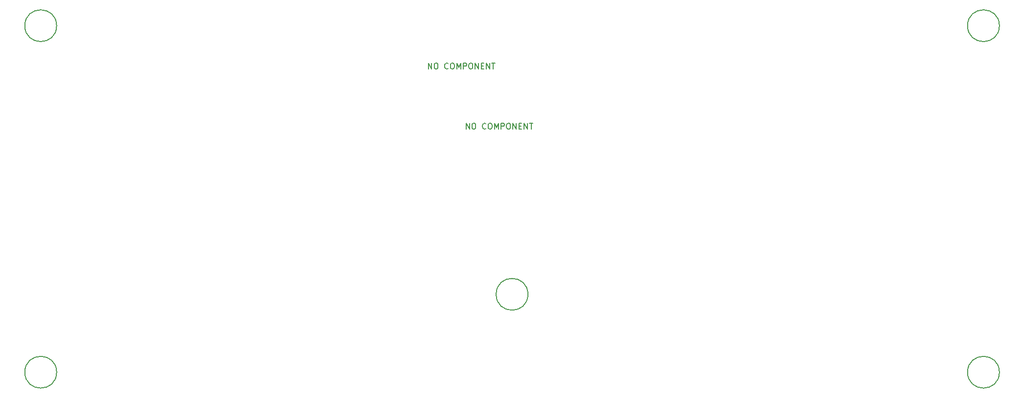
<source format=gbr>
G04 #@! TF.GenerationSoftware,KiCad,Pcbnew,5.0.2-bee76a0~70~ubuntu18.04.1*
G04 #@! TF.CreationDate,2019-04-15T14:09:08+02:00*
G04 #@! TF.ProjectId,top-board,746f702d-626f-4617-9264-2e6b69636164,rev?*
G04 #@! TF.SameCoordinates,PX47b3528PY2897428*
G04 #@! TF.FileFunction,Other,Comment*
%FSLAX46Y46*%
G04 Gerber Fmt 4.6, Leading zero omitted, Abs format (unit mm)*
G04 Created by KiCad (PCBNEW 5.0.2-bee76a0~70~ubuntu18.04.1) date Mon 15 Apr 2019 02:09:08 PM CEST*
%MOMM*%
%LPD*%
G01*
G04 APERTURE LIST*
%ADD10C,0.200000*%
%ADD11C,0.150000*%
G04 APERTURE END LIST*
D10*
X67017023Y-7483100D02*
X67017023Y-6483100D01*
X67588452Y-7483100D01*
X67588452Y-6483100D01*
X68255119Y-6483100D02*
X68445595Y-6483100D01*
X68540833Y-6530720D01*
X68636071Y-6625958D01*
X68683690Y-6816434D01*
X68683690Y-7149767D01*
X68636071Y-7340243D01*
X68540833Y-7435481D01*
X68445595Y-7483100D01*
X68255119Y-7483100D01*
X68159880Y-7435481D01*
X68064642Y-7340243D01*
X68017023Y-7149767D01*
X68017023Y-6816434D01*
X68064642Y-6625958D01*
X68159880Y-6530720D01*
X68255119Y-6483100D01*
X70445595Y-7387862D02*
X70397976Y-7435481D01*
X70255119Y-7483100D01*
X70159880Y-7483100D01*
X70017023Y-7435481D01*
X69921785Y-7340243D01*
X69874166Y-7245005D01*
X69826547Y-7054529D01*
X69826547Y-6911672D01*
X69874166Y-6721196D01*
X69921785Y-6625958D01*
X70017023Y-6530720D01*
X70159880Y-6483100D01*
X70255119Y-6483100D01*
X70397976Y-6530720D01*
X70445595Y-6578339D01*
X71064642Y-6483100D02*
X71255119Y-6483100D01*
X71350357Y-6530720D01*
X71445595Y-6625958D01*
X71493214Y-6816434D01*
X71493214Y-7149767D01*
X71445595Y-7340243D01*
X71350357Y-7435481D01*
X71255119Y-7483100D01*
X71064642Y-7483100D01*
X70969404Y-7435481D01*
X70874166Y-7340243D01*
X70826547Y-7149767D01*
X70826547Y-6816434D01*
X70874166Y-6625958D01*
X70969404Y-6530720D01*
X71064642Y-6483100D01*
X71921785Y-7483100D02*
X71921785Y-6483100D01*
X72255119Y-7197386D01*
X72588452Y-6483100D01*
X72588452Y-7483100D01*
X73064642Y-7483100D02*
X73064642Y-6483100D01*
X73445595Y-6483100D01*
X73540833Y-6530720D01*
X73588452Y-6578339D01*
X73636071Y-6673577D01*
X73636071Y-6816434D01*
X73588452Y-6911672D01*
X73540833Y-6959291D01*
X73445595Y-7006910D01*
X73064642Y-7006910D01*
X74255119Y-6483100D02*
X74445595Y-6483100D01*
X74540833Y-6530720D01*
X74636071Y-6625958D01*
X74683690Y-6816434D01*
X74683690Y-7149767D01*
X74636071Y-7340243D01*
X74540833Y-7435481D01*
X74445595Y-7483100D01*
X74255119Y-7483100D01*
X74159880Y-7435481D01*
X74064642Y-7340243D01*
X74017023Y-7149767D01*
X74017023Y-6816434D01*
X74064642Y-6625958D01*
X74159880Y-6530720D01*
X74255119Y-6483100D01*
X75112261Y-7483100D02*
X75112261Y-6483100D01*
X75683690Y-7483100D01*
X75683690Y-6483100D01*
X76159880Y-6959291D02*
X76493214Y-6959291D01*
X76636071Y-7483100D02*
X76159880Y-7483100D01*
X76159880Y-6483100D01*
X76636071Y-6483100D01*
X77064642Y-7483100D02*
X77064642Y-6483100D01*
X77636071Y-7483100D01*
X77636071Y-6483100D01*
X77969404Y-6483100D02*
X78540833Y-6483100D01*
X78255119Y-7483100D02*
X78255119Y-6483100D01*
X73544823Y-17897100D02*
X73544823Y-16897100D01*
X74116252Y-17897100D01*
X74116252Y-16897100D01*
X74782919Y-16897100D02*
X74973395Y-16897100D01*
X75068633Y-16944720D01*
X75163871Y-17039958D01*
X75211490Y-17230434D01*
X75211490Y-17563767D01*
X75163871Y-17754243D01*
X75068633Y-17849481D01*
X74973395Y-17897100D01*
X74782919Y-17897100D01*
X74687680Y-17849481D01*
X74592442Y-17754243D01*
X74544823Y-17563767D01*
X74544823Y-17230434D01*
X74592442Y-17039958D01*
X74687680Y-16944720D01*
X74782919Y-16897100D01*
X76973395Y-17801862D02*
X76925776Y-17849481D01*
X76782919Y-17897100D01*
X76687680Y-17897100D01*
X76544823Y-17849481D01*
X76449585Y-17754243D01*
X76401966Y-17659005D01*
X76354347Y-17468529D01*
X76354347Y-17325672D01*
X76401966Y-17135196D01*
X76449585Y-17039958D01*
X76544823Y-16944720D01*
X76687680Y-16897100D01*
X76782919Y-16897100D01*
X76925776Y-16944720D01*
X76973395Y-16992339D01*
X77592442Y-16897100D02*
X77782919Y-16897100D01*
X77878157Y-16944720D01*
X77973395Y-17039958D01*
X78021014Y-17230434D01*
X78021014Y-17563767D01*
X77973395Y-17754243D01*
X77878157Y-17849481D01*
X77782919Y-17897100D01*
X77592442Y-17897100D01*
X77497204Y-17849481D01*
X77401966Y-17754243D01*
X77354347Y-17563767D01*
X77354347Y-17230434D01*
X77401966Y-17039958D01*
X77497204Y-16944720D01*
X77592442Y-16897100D01*
X78449585Y-17897100D02*
X78449585Y-16897100D01*
X78782919Y-17611386D01*
X79116252Y-16897100D01*
X79116252Y-17897100D01*
X79592442Y-17897100D02*
X79592442Y-16897100D01*
X79973395Y-16897100D01*
X80068633Y-16944720D01*
X80116252Y-16992339D01*
X80163871Y-17087577D01*
X80163871Y-17230434D01*
X80116252Y-17325672D01*
X80068633Y-17373291D01*
X79973395Y-17420910D01*
X79592442Y-17420910D01*
X80782919Y-16897100D02*
X80973395Y-16897100D01*
X81068633Y-16944720D01*
X81163871Y-17039958D01*
X81211490Y-17230434D01*
X81211490Y-17563767D01*
X81163871Y-17754243D01*
X81068633Y-17849481D01*
X80973395Y-17897100D01*
X80782919Y-17897100D01*
X80687680Y-17849481D01*
X80592442Y-17754243D01*
X80544823Y-17563767D01*
X80544823Y-17230434D01*
X80592442Y-17039958D01*
X80687680Y-16944720D01*
X80782919Y-16897100D01*
X81640061Y-17897100D02*
X81640061Y-16897100D01*
X82211490Y-17897100D01*
X82211490Y-16897100D01*
X82687680Y-17373291D02*
X83021014Y-17373291D01*
X83163871Y-17897100D02*
X82687680Y-17897100D01*
X82687680Y-16897100D01*
X83163871Y-16897100D01*
X83592442Y-17897100D02*
X83592442Y-16897100D01*
X84163871Y-17897100D01*
X84163871Y-16897100D01*
X84497204Y-16897100D02*
X85068633Y-16897100D01*
X84782919Y-17897100D02*
X84782919Y-16897100D01*
D11*
G04 #@! TO.C,H1*
X2752540Y-59999880D02*
G75*
G03X2752540Y-59999880I-2750000J0D01*
G01*
G04 #@! TO.C,H2*
X84233200Y-46507400D02*
G75*
G03X84233200Y-46507400I-2750000J0D01*
G01*
G04 #@! TO.C,H3*
X165741800Y-59999880D02*
G75*
G03X165741800Y-59999880I-2750000J0D01*
G01*
G04 #@! TO.C,H4*
X2750000Y0D02*
G75*
G03X2750000Y0I-2750000J0D01*
G01*
G04 #@! TO.C,H5*
X165741800Y0D02*
G75*
G03X165741800Y0I-2750000J0D01*
G01*
G04 #@! TD*
M02*

</source>
